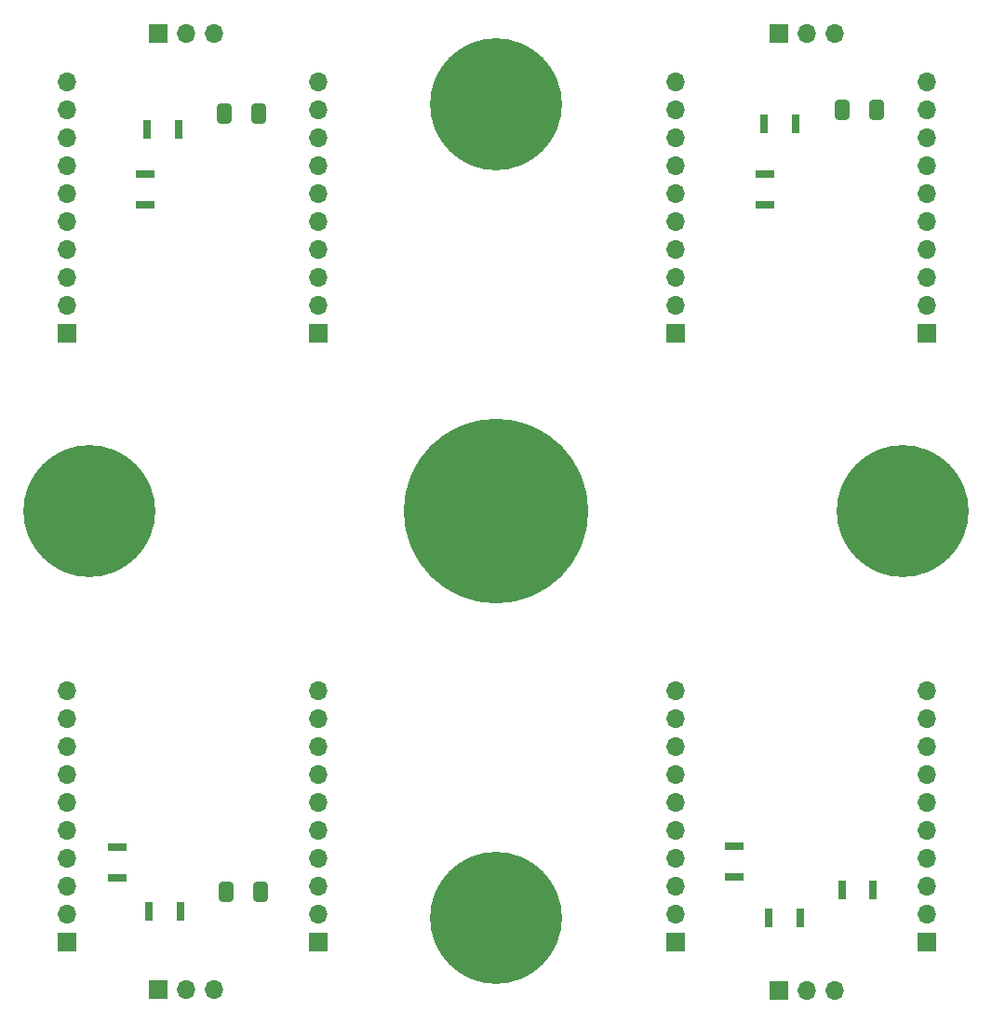
<source format=gbr>
%TF.GenerationSoftware,KiCad,Pcbnew,7.0.5-0*%
%TF.CreationDate,2023-08-23T15:32:02-04:00*%
%TF.ProjectId,quad_sipm,71756164-5f73-4697-906d-2e6b69636164,6.3*%
%TF.SameCoordinates,Original*%
%TF.FileFunction,Soldermask,Bot*%
%TF.FilePolarity,Negative*%
%FSLAX46Y46*%
G04 Gerber Fmt 4.6, Leading zero omitted, Abs format (unit mm)*
G04 Created by KiCad (PCBNEW 7.0.5-0) date 2023-08-23 15:32:02*
%MOMM*%
%LPD*%
G01*
G04 APERTURE LIST*
G04 Aperture macros list*
%AMRoundRect*
0 Rectangle with rounded corners*
0 $1 Rounding radius*
0 $2 $3 $4 $5 $6 $7 $8 $9 X,Y pos of 4 corners*
0 Add a 4 corners polygon primitive as box body*
4,1,4,$2,$3,$4,$5,$6,$7,$8,$9,$2,$3,0*
0 Add four circle primitives for the rounded corners*
1,1,$1+$1,$2,$3*
1,1,$1+$1,$4,$5*
1,1,$1+$1,$6,$7*
1,1,$1+$1,$8,$9*
0 Add four rect primitives between the rounded corners*
20,1,$1+$1,$2,$3,$4,$5,0*
20,1,$1+$1,$4,$5,$6,$7,0*
20,1,$1+$1,$6,$7,$8,$9,0*
20,1,$1+$1,$8,$9,$2,$3,0*%
G04 Aperture macros list end*
%ADD10C,16.800000*%
%ADD11C,12.000000*%
%ADD12R,1.700000X1.700000*%
%ADD13O,1.700000X1.700000*%
%ADD14RoundRect,0.250000X0.412500X0.650000X-0.412500X0.650000X-0.412500X-0.650000X0.412500X-0.650000X0*%
%ADD15R,0.701600X1.699200*%
%ADD16R,1.699200X0.701600*%
%ADD17R,0.803200X1.750000*%
G04 APERTURE END LIST*
D10*
%TO.C,H2*%
X100000000Y-100000000D03*
%TD*%
D11*
%TO.C,H3*%
X100000000Y-137000000D03*
%TD*%
%TO.C,H4*%
X137000000Y-100000000D03*
%TD*%
%TO.C,H5*%
X63000000Y-100000000D03*
%TD*%
%TO.C,H1*%
X100000000Y-63000000D03*
%TD*%
D12*
%TO.C,J7*%
X139146000Y-83820000D03*
D13*
X139146000Y-81280000D03*
X139146000Y-78740000D03*
X139146000Y-76200000D03*
X139146000Y-73660000D03*
X139146000Y-71120000D03*
X139146000Y-68580000D03*
X139146000Y-66040000D03*
X139146000Y-63500000D03*
X139146000Y-60960000D03*
D12*
X116286000Y-83820000D03*
D13*
X116286000Y-81280000D03*
X116286000Y-78740000D03*
X116286000Y-76200000D03*
X116286000Y-73660000D03*
X116286000Y-71120000D03*
X116286000Y-68580000D03*
X116286000Y-66040000D03*
X116286000Y-63500000D03*
X116286000Y-60960000D03*
%TD*%
D12*
%TO.C,J8*%
X83774000Y-83820000D03*
D13*
X83774000Y-81280000D03*
X83774000Y-78740000D03*
X83774000Y-76200000D03*
X83774000Y-73660000D03*
X83774000Y-71120000D03*
X83774000Y-68580000D03*
X83774000Y-66040000D03*
X83774000Y-63500000D03*
X83774000Y-60960000D03*
D12*
X60914000Y-83820000D03*
D13*
X60914000Y-81280000D03*
X60914000Y-78740000D03*
X60914000Y-76200000D03*
X60914000Y-73660000D03*
X60914000Y-71120000D03*
X60914000Y-68580000D03*
X60914000Y-66040000D03*
X60914000Y-63500000D03*
X60914000Y-60960000D03*
%TD*%
D12*
%TO.C,J6*%
X83774000Y-139192000D03*
D13*
X83774000Y-136652000D03*
X83774000Y-134112000D03*
X83774000Y-131572000D03*
X83774000Y-129032000D03*
X83774000Y-126492000D03*
X83774000Y-123952000D03*
X83774000Y-121412000D03*
X83774000Y-118872000D03*
X83774000Y-116332000D03*
D12*
X60914000Y-139192000D03*
D13*
X60914000Y-136652000D03*
X60914000Y-134112000D03*
X60914000Y-131572000D03*
X60914000Y-129032000D03*
X60914000Y-126492000D03*
X60914000Y-123952000D03*
X60914000Y-121412000D03*
X60914000Y-118872000D03*
X60914000Y-116332000D03*
%TD*%
D12*
%TO.C,J5*%
X139146000Y-139192000D03*
D13*
X139146000Y-136652000D03*
X139146000Y-134112000D03*
X139146000Y-131572000D03*
X139146000Y-129032000D03*
X139146000Y-126492000D03*
X139146000Y-123952000D03*
X139146000Y-121412000D03*
X139146000Y-118872000D03*
X139146000Y-116332000D03*
D12*
X116286000Y-139192000D03*
D13*
X116286000Y-136652000D03*
X116286000Y-134112000D03*
X116286000Y-131572000D03*
X116286000Y-129032000D03*
X116286000Y-126492000D03*
X116286000Y-123952000D03*
X116286000Y-121412000D03*
X116286000Y-118872000D03*
X116286000Y-116332000D03*
%TD*%
D12*
%TO.C,J1*%
X125685000Y-143555000D03*
D13*
X128225000Y-143555000D03*
X130765000Y-143555000D03*
%TD*%
D14*
%TO.C,C4*%
X78397500Y-63792500D03*
X75272500Y-63792500D03*
%TD*%
D12*
%TO.C,J3*%
X125685000Y-56560000D03*
D13*
X128225000Y-56560000D03*
X130765000Y-56560000D03*
%TD*%
D12*
%TO.C,J4*%
X69215000Y-56515000D03*
D13*
X71755000Y-56515000D03*
X74295000Y-56515000D03*
%TD*%
D14*
%TO.C,C3*%
X134570000Y-63500000D03*
X131445000Y-63500000D03*
%TD*%
D12*
%TO.C,J2*%
X69215000Y-143510000D03*
D13*
X71755000Y-143510000D03*
X74295000Y-143510000D03*
%TD*%
D15*
%TO.C,C1*%
X134293200Y-134428200D03*
X131491600Y-134428200D03*
%TD*%
D14*
%TO.C,C2*%
X78524500Y-134620000D03*
X75399500Y-134620000D03*
%TD*%
D16*
%TO.C,R4*%
X65532000Y-133350000D03*
X65532000Y-130548400D03*
%TD*%
%TO.C,R1*%
X121666000Y-133226800D03*
X121666000Y-130425200D03*
%TD*%
%TO.C,R2*%
X124460000Y-69334400D03*
X124460000Y-72136000D03*
%TD*%
D17*
%TO.C,R6*%
X127672800Y-136968200D03*
X124769600Y-136968200D03*
%TD*%
D16*
%TO.C,R3*%
X68072000Y-69342000D03*
X68072000Y-72143600D03*
%TD*%
D17*
%TO.C,R7*%
X71120000Y-65278000D03*
X68216800Y-65278000D03*
%TD*%
%TO.C,R5*%
X71301600Y-136398000D03*
X68398400Y-136398000D03*
%TD*%
%TO.C,R8*%
X127254000Y-64770000D03*
X124350800Y-64770000D03*
%TD*%
M02*

</source>
